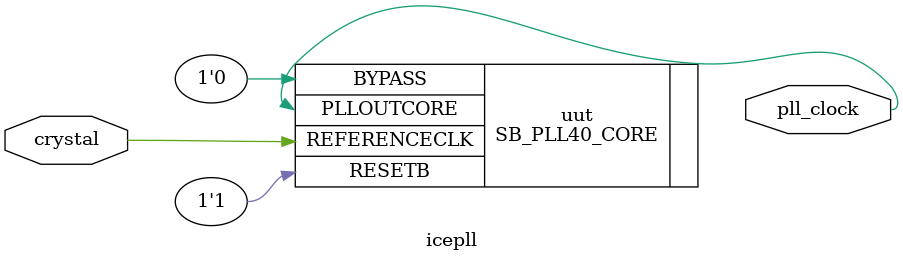
<source format=v>
`default_nettype none
module icepll (input crystal, output pll_clock);

/* verilator lint_off DECLFILENAME */
SB_PLL40_CORE #(
    .PLLOUT_SELECT("GENCLK"),


.FEEDBACK_PATH("SIMPLE"),
.DIVR(4'b0000),		// DIVR =  0
.DIVF(7'b0111111),	// DIVF = 63
.DIVQ(3'b100),		// DIVQ =  5
.FILTER_RANGE(3'b001)	// FILTER_RANGE = 1



) uut (
    .RESETB(1'b1),
    .BYPASS(1'b0),
    .REFERENCECLK(crystal),
    .PLLOUTCORE(pll_clock)
);
endmodule



</source>
